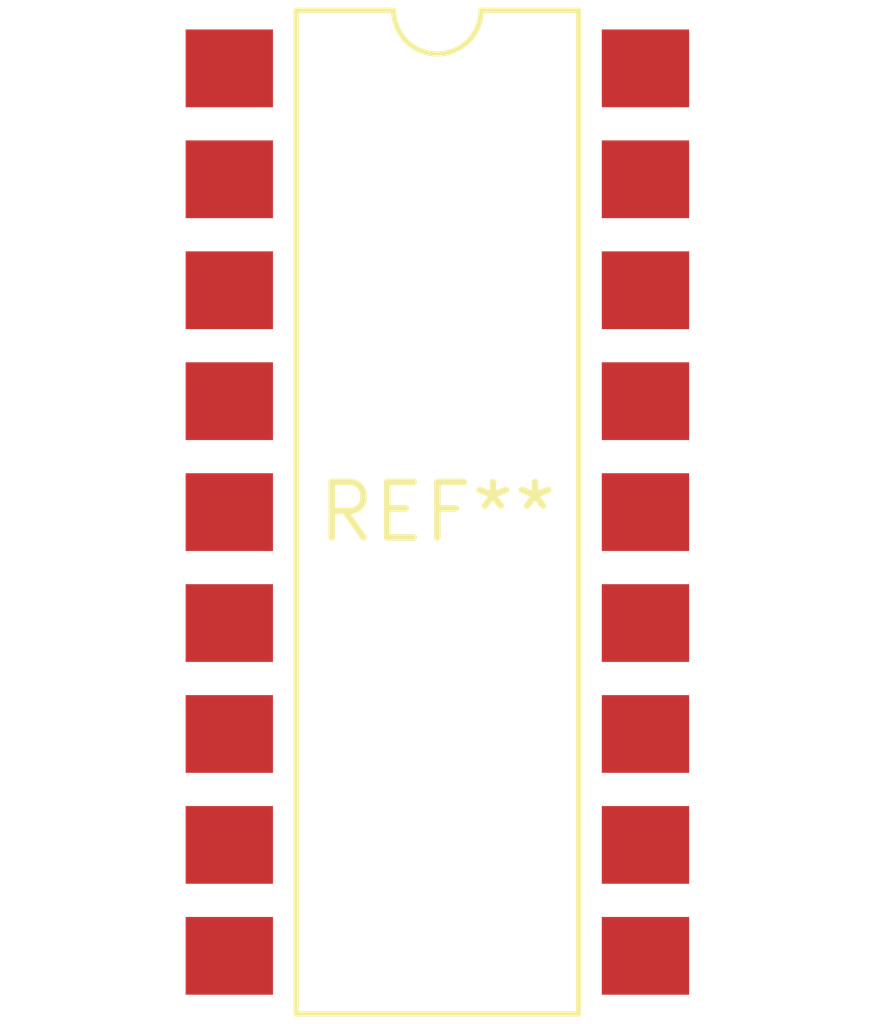
<source format=kicad_pcb>
(kicad_pcb (version 20240108) (generator pcbnew)
  (layers (0 "F.Cu" signal) (31 "B.Cu" signal) (34 "B.Paste" user) (35 "F.Paste" user) (36 "B.SilkS" user "B.Silkscreen") (37 "F.SilkS" user "F.Silkscreen") (38 "B.Mask" user) (39 "F.Mask" user) (44 "Edge.Cuts" user))
  (net 0 "")
  (footprint "SMDIP-18_W9.53mm" (layer "F.Cu") (at 0 0)
    (property "Reference" "REF**")
    (property "Value" "SMDIP-18_W9.53mm")
    (fp_line (start -3.235 -11.49) (end -3.235 11.49) (layer "F.SilkS") (stroke (width 0.12)))
    (fp_line (start -3.235 11.49) (end 3.235 11.49) (layer "F.SilkS") (stroke (width 0.12)))
    (fp_line (start -1 -11.49) (end -3.235 -11.49) (layer "F.SilkS") (stroke (width 0.12)))
    (fp_line (start 3.235 -11.49) (end 1 -11.49) (layer "F.SilkS") (stroke (width 0.12)))
    (fp_line (start 3.235 11.49) (end 3.235 -11.49) (layer "F.SilkS") (stroke (width 0.12)))
    (fp_arc (start 1 -11.49) (mid 0 -10.49) (end -1 -11.49) (layer "F.SilkS") (stroke (width 0.12)))
    (pad "1" smd rect (at -4.765 -10.16) (size 2 1.78) (layers "F.Cu" "F.Paste" "F.Mask"))
    (pad "2" smd rect (at -4.765 -7.62) (size 2 1.78) (layers "F.Cu" "F.Paste" "F.Mask"))
    (pad "3" smd rect (at -4.765 -5.08) (size 2 1.78) (layers "F.Cu" "F.Paste" "F.Mask"))
    (pad "4" smd rect (at -4.765 -2.54) (size 2 1.78) (layers "F.Cu" "F.Paste" "F.Mask"))
    (pad "5" smd rect (at -4.765 0) (size 2 1.78) (layers "F.Cu" "F.Paste" "F.Mask"))
    (pad "6" smd rect (at -4.765 2.54) (size 2 1.78) (layers "F.Cu" "F.Paste" "F.Mask"))
    (pad "7" smd rect (at -4.765 5.08) (size 2 1.78) (layers "F.Cu" "F.Paste" "F.Mask"))
    (pad "8" smd rect (at -4.765 7.62) (size 2 1.78) (layers "F.Cu" "F.Paste" "F.Mask"))
    (pad "9" smd rect (at -4.765 10.16) (size 2 1.78) (layers "F.Cu" "F.Paste" "F.Mask"))
    (pad "10" smd rect (at 4.765 10.16) (size 2 1.78) (layers "F.Cu" "F.Paste" "F.Mask"))
    (pad "11" smd rect (at 4.765 7.62) (size 2 1.78) (layers "F.Cu" "F.Paste" "F.Mask"))
    (pad "12" smd rect (at 4.765 5.08) (size 2 1.78) (layers "F.Cu" "F.Paste" "F.Mask"))
    (pad "13" smd rect (at 4.765 2.54) (size 2 1.78) (layers "F.Cu" "F.Paste" "F.Mask"))
    (pad "14" smd rect (at 4.765 0) (size 2 1.78) (layers "F.Cu" "F.Paste" "F.Mask"))
    (pad "15" smd rect (at 4.765 -2.54) (size 2 1.78) (layers "F.Cu" "F.Paste" "F.Mask"))
    (pad "16" smd rect (at 4.765 -5.08) (size 2 1.78) (layers "F.Cu" "F.Paste" "F.Mask"))
    (pad "17" smd rect (at 4.765 -7.62) (size 2 1.78) (layers "F.Cu" "F.Paste" "F.Mask"))
    (pad "18" smd rect (at 4.765 -10.16) (size 2 1.78) (layers "F.Cu" "F.Paste" "F.Mask"))
  )
)
</source>
